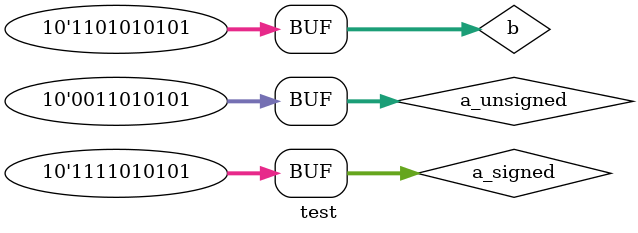
<source format=v>
module test ();
    reg  signed [9:0] b = 10'b11_0101_0101;
    wire  [9:0] a_signed;
    wire        [9:0] a_unsigned; 


     assign   a_signed   = b >>> 2;
    assign    a_unsigned = b >>  2;

    always @(*) begin
    $display("#signed   %b", a_signed);
    $display("#unsigned %b", a_unsigned);
    $display("#2's of %b is %b ",a_signed, (~a_signed)+1 );
    end
    
endmodule
</source>
